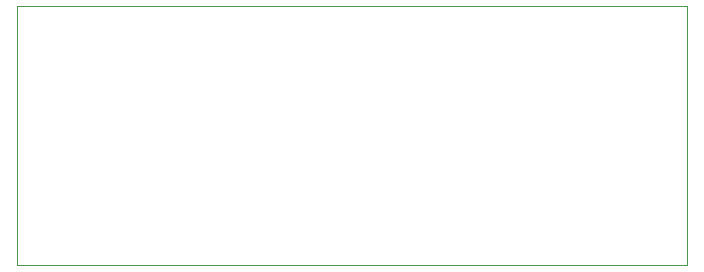
<source format=gbr>
%TF.GenerationSoftware,KiCad,Pcbnew,9.0.1*%
%TF.CreationDate,2025-06-25T15:49:50+05:30*%
%TF.ProjectId,daq_idea,6461715f-6964-4656-912e-6b696361645f,rev?*%
%TF.SameCoordinates,Original*%
%TF.FileFunction,Profile,NP*%
%FSLAX46Y46*%
G04 Gerber Fmt 4.6, Leading zero omitted, Abs format (unit mm)*
G04 Created by KiCad (PCBNEW 9.0.1) date 2025-06-25 15:49:50*
%MOMM*%
%LPD*%
G01*
G04 APERTURE LIST*
%TA.AperFunction,Profile*%
%ADD10C,0.050000*%
%TD*%
G04 APERTURE END LIST*
D10*
X15325000Y-19640000D02*
X72085000Y-19640000D01*
X72085000Y-41570000D01*
X15325000Y-41570000D01*
X15325000Y-19640000D01*
M02*

</source>
